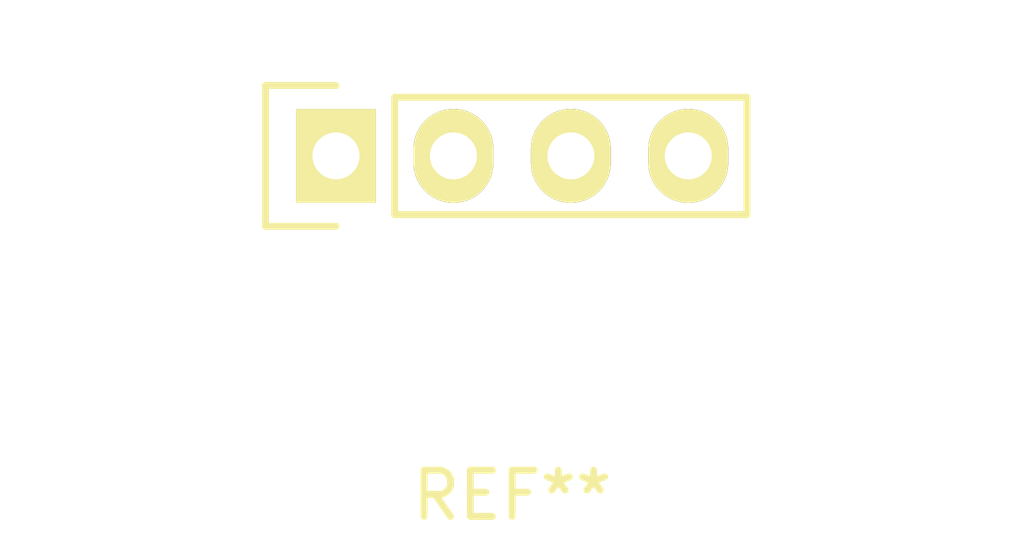
<source format=kicad_pcb>
(kicad_pcb (version 20171130) (host pcbnew "(5.1.9)-1")

  (general
    (thickness 1.6)
    (drawings 0)
    (tracks 0)
    (zones 0)
    (modules 1)
    (nets 1)
  )

  (page A4)
  (layers
    (0 F.Cu signal)
    (31 B.Cu signal)
    (32 B.Adhes user)
    (33 F.Adhes user)
    (34 B.Paste user)
    (35 F.Paste user)
    (36 B.SilkS user)
    (37 F.SilkS user)
    (38 B.Mask user)
    (39 F.Mask user)
    (40 Dwgs.User user)
    (41 Cmts.User user)
    (42 Eco1.User user)
    (43 Eco2.User user)
    (44 Edge.Cuts user)
    (45 Margin user)
    (46 B.CrtYd user)
    (47 F.CrtYd user)
    (48 B.Fab user)
    (49 F.Fab user)
  )

  (setup
    (last_trace_width 0.25)
    (trace_clearance 0.2)
    (zone_clearance 0.508)
    (zone_45_only no)
    (trace_min 0.2)
    (via_size 0.8)
    (via_drill 0.4)
    (via_min_size 0.4)
    (via_min_drill 0.3)
    (uvia_size 0.3)
    (uvia_drill 0.1)
    (uvias_allowed no)
    (uvia_min_size 0.2)
    (uvia_min_drill 0.1)
    (edge_width 0.1)
    (segment_width 0.2)
    (pcb_text_width 0.3)
    (pcb_text_size 1.5 1.5)
    (mod_edge_width 0.15)
    (mod_text_size 1 1)
    (mod_text_width 0.15)
    (pad_size 1.524 1.524)
    (pad_drill 0.762)
    (pad_to_mask_clearance 0)
    (aux_axis_origin 0 0)
    (visible_elements FFFFFF7F)
    (pcbplotparams
      (layerselection 0x010fc_ffffffff)
      (usegerberextensions false)
      (usegerberattributes true)
      (usegerberadvancedattributes true)
      (creategerberjobfile true)
      (excludeedgelayer true)
      (linewidth 0.100000)
      (plotframeref false)
      (viasonmask false)
      (mode 1)
      (useauxorigin false)
      (hpglpennumber 1)
      (hpglpenspeed 20)
      (hpglpendiameter 15.000000)
      (psnegative false)
      (psa4output false)
      (plotreference true)
      (plotvalue true)
      (plotinvisibletext false)
      (padsonsilk false)
      (subtractmaskfromsilk false)
      (outputformat 1)
      (mirror false)
      (drillshape 1)
      (scaleselection 1)
      (outputdirectory ""))
  )

  (net 0 "")

  (net_class Default "This is the default net class."
    (clearance 0.2)
    (trace_width 0.25)
    (via_dia 0.8)
    (via_drill 0.4)
    (uvia_dia 0.3)
    (uvia_drill 0.1)
  )

  (module Temp:DHT22_Temperature_Humidity (layer F.Cu) (tedit 570580B0) (tstamp 619F4C50)
    (at 138.43 76.2)
    (fp_text reference REF** (at 0 7.35) (layer F.SilkS)
      (effects (font (size 1 1) (thickness 0.15)))
    )
    (fp_text value DHT22_Temperature_Humidity (at 0 5.445) (layer F.Fab)
      (effects (font (size 1 1) (thickness 0.15)))
    )
    (fp_line (start -2.54 1.27) (end -2.54 -1.27) (layer F.SilkS) (width 0.15))
    (fp_line (start 5.08 1.27) (end -2.54 1.27) (layer F.SilkS) (width 0.15))
    (fp_line (start 5.08 -1.27) (end 5.08 1.27) (layer F.SilkS) (width 0.15))
    (fp_line (start -2.54 -1.27) (end 5.08 -1.27) (layer F.SilkS) (width 0.15))
    (fp_line (start -5.334 1.524) (end -3.81 1.524) (layer F.SilkS) (width 0.15))
    (fp_line (start -5.334 -1.524) (end -5.334 1.524) (layer F.SilkS) (width 0.15))
    (fp_line (start -3.81 -1.524) (end -5.334 -1.524) (layer F.SilkS) (width 0.15))
    (fp_line (start -7.62 4.3) (end 7.62 4.3) (layer B.CrtYd) (width 0.15))
    (fp_line (start -7.62 -3.3) (end -7.62 4.3) (layer B.CrtYd) (width 0.15))
    (fp_line (start 7.62 -3.3) (end 7.62 4.3) (layer B.CrtYd) (width 0.15))
    (fp_line (start -7.62 -3.3) (end 7.62 -3.3) (layer B.CrtYd) (width 0.15))
    (fp_line (start -7.62 -2) (end 7.62 -2) (layer B.CrtYd) (width 0.15))
    (pad 4 thru_hole oval (at 3.81 0 90) (size 2.032 1.7272) (drill 1.016) (layers *.Cu *.Mask F.SilkS))
    (pad 3 thru_hole oval (at 1.27 0 90) (size 2.032 1.7272) (drill 1.016) (layers *.Cu *.Mask F.SilkS))
    (pad 2 thru_hole oval (at -1.27 0 90) (size 2.032 1.7272) (drill 1.016) (layers *.Cu *.Mask F.SilkS))
    (pad 1 thru_hole rect (at -3.81 0 90) (size 2.032 1.7272) (drill 1.016) (layers *.Cu *.Mask F.SilkS))
  )

)

</source>
